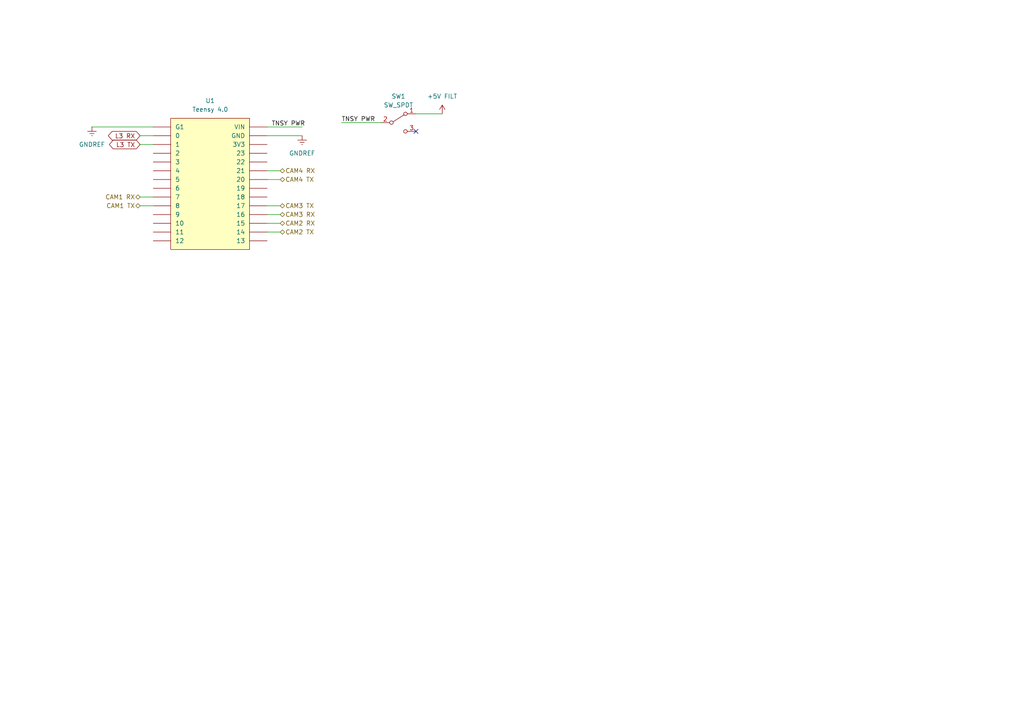
<source format=kicad_sch>
(kicad_sch (version 20231120) (generator "eeschema") (generator_version "8.0")
  (paper "A4")
  (lib_symbols
    (symbol "Library:Teensy 4.0" (pin_numbers hide) (pin_names (offset 1.27)) (in_bom no)
      (property "Reference" "U" (at -11.43 20.828 0))
      (property "Value" "Teensy 4.0" (at -11.43 -20.32 0))
      (symbol "Teensy 4.0_0_0"
        (rectangle (start -11.43 20.32) (end 11.43 -17.78) (stroke (width 0.1524)) (fill (type background)))
        (pin bidirectional line (at -16.51 10.16 0) (length 5.08) (name "2") (number "2"))
        (pin bidirectional line (at -16.51 7.62 0) (length 5.08) (name "3") (number "3"))
        (pin bidirectional line (at -16.51 5.08 0) (length 5.08) (name "4") (number "4"))
        (pin bidirectional line (at -16.51 2.54 0) (length 5.08) (name "5") (number "5"))
        (pin bidirectional line (at -16.51 0 0) (length 5.08) (name "6") (number "6"))
        (pin bidirectional line (at -16.51 -7.62 0) (length 5.08) (name "9") (number "9"))
        (pin power_in line (at -16.51 17.78 0) (length 5.08) (name "G1") (number "G1"))
        (pin power_in line (at 16.51 17.78 180) (length 5.08) (name "VIN") (number "VIN"))
      )
      (symbol "Teensy 4.0_1_0"
        (pin bidirectional line (at -16.51 15.24 0) (length 5.08) (name "0") (number "0"))
        (pin bidirectional line (at -16.51 12.7 0) (length 5.08) (name "1") (number "1"))
        (pin bidirectional line (at -16.51 -10.16 0) (length 5.08) (name "10") (number "10"))
        (pin bidirectional line (at -16.51 -12.7 0) (length 5.08) (name "11") (number "11"))
        (pin bidirectional line (at -16.51 -15.24 0) (length 5.08) (name "12") (number "12"))
        (pin bidirectional line (at 16.51 -15.24 180) (length 5.08) (name "13") (number "13"))
        (pin bidirectional line (at 16.51 -12.7 180) (length 5.08) (name "14") (number "14"))
        (pin bidirectional line (at 16.51 -10.16 180) (length 5.08) (name "15") (number "15"))
        (pin bidirectional line (at 16.51 -7.62 180) (length 5.08) (name "16") (number "16"))
        (pin bidirectional line (at 16.51 -5.08 180) (length 5.08) (name "17") (number "17"))
        (pin bidirectional line (at 16.51 -2.54 180) (length 5.08) (name "18") (number "18"))
        (pin bidirectional line (at 16.51 0 180) (length 5.08) (name "19") (number "19"))
        (pin bidirectional line (at 16.51 2.54 180) (length 5.08) (name "20") (number "20"))
        (pin bidirectional line (at 16.51 5.08 180) (length 5.08) (name "21") (number "21"))
        (pin bidirectional line (at 16.51 7.62 180) (length 5.08) (name "22") (number "22"))
        (pin bidirectional line (at 16.51 10.16 180) (length 5.08) (name "23") (number "23"))
        (pin power_in line (at 16.51 12.7 180) (length 5.08) (name "3V3") (number "3.3V_2"))
        (pin bidirectional line (at -16.51 -2.54 0) (length 5.08) (name "7") (number "7"))
        (pin bidirectional line (at -16.51 -5.08 0) (length 5.08) (name "8") (number "8"))
        (pin power_in line (at 16.51 15.24 180) (length 5.08) (name "GND") (number "G3"))
      )
    )
    (symbol "Switch:SW_SPDT" (pin_names (offset 0) hide)
      (property "Reference" "SW" (at 0 4.318 0))
      (property "Value" "SW_SPDT" (at 0 -5.08 0))
      (symbol "SW_SPDT_0_0"
        (circle (center -2.032 0) (radius 0.508))
        (circle (center 2.032 -2.54) (radius 0.508))
      )
      (symbol "SW_SPDT_0_1"
        (polyline (pts (xy -1.524 0.254) (xy 1.651 2.286)))
        (circle (center 2.032 2.54) (radius 0.508))
      )
      (symbol "SW_SPDT_1_1"
        (pin passive line (at 5.08 2.54 180) (length 2.54) (name "A") (number "1"))
        (pin passive line (at -5.08 0 0) (length 2.54) (name "B") (number "2"))
        (pin passive line (at 5.08 -2.54 180) (length 2.54) (name "C") (number "3"))
      )
    )
    (symbol "power:+5V" (power) (pin_names (offset 0))
      (property "Value" "+5V" (at 0 3.556 0))
      (symbol "+5V_0_1"
        (polyline (pts (xy -0.762 1.27) (xy 0 2.54)))
        (polyline (pts (xy 0 0) (xy 0 2.54)))
        (polyline (pts (xy 0 2.54) (xy 0.762 1.27)))
      )
      (symbol "+5V_1_1"
        (pin power_in line (at 0 0 90) (length 0) hide (name "+5V") (number "1"))
      )
    )
    (symbol "power:GNDREF" (power) (pin_numbers hide) (pin_names (offset 0) hide)
      (property "Value" "GNDREF" (at 0 -3.81 0))
      (symbol "GNDREF_0_1"
        (polyline (pts (xy -0.635 -1.905) (xy 0.635 -1.905)))
        (polyline (pts (xy -0.127 -2.54) (xy 0.127 -2.54)))
        (polyline (pts (xy 0 -1.27) (xy 0 0)))
        (polyline (pts (xy 1.27 -1.27) (xy -1.27 -1.27)))
      )
      (symbol "GNDREF_1_1"
        (pin power_in line (at 0 0 270) (length 0) (name "~") (number "1"))
      )
    )
  )
  (no_connect (at 120.65 38.1))
  (wire (pts (xy 40.64 59.69) (xy 44.45 59.69)))
  (wire (pts (xy 99.06 35.56) (xy 110.49 35.56)))
  (wire (pts (xy 81.28 59.69) (xy 77.47 59.69)))
  (wire (pts (xy 77.47 39.37) (xy 87.63 39.37)))
  (wire (pts (xy 81.28 67.31) (xy 77.47 67.31)))
  (wire (pts (xy 81.28 64.77) (xy 77.47 64.77)))
  (wire (pts (xy 120.65 33.02) (xy 128.27 33.02)))
  (wire (pts (xy 77.47 36.83) (xy 87.63 36.83)))
  (wire (pts (xy 81.28 49.53) (xy 77.47 49.53)))
  (wire (pts (xy 40.64 39.37) (xy 44.45 39.37)))
  (wire (pts (xy 40.64 57.15) (xy 44.45 57.15)))
  (wire (pts (xy 81.28 62.23) (xy 77.47 62.23)))
  (wire (pts (xy 44.45 36.83) (xy 26.67 36.83)))
  (wire (pts (xy 81.28 52.07) (xy 77.47 52.07)))
  (wire (pts (xy 40.64 41.91) (xy 44.45 41.91)))
  (label "TNSY PWR" (at 99.06 35.56 0))
  (label "TNSY PWR" (at 78.74 36.83 0))
  (global_label "L3 TX" (shape bidirectional) (at 40.64 41.91 180) (property "Intersheetrefs" "${INTERSHEET_REFS}" (effects (hide yes))))
  (global_label "L3 RX" (shape bidirectional) (at 40.64 39.37 180) (property "Intersheetrefs" "${INTERSHEET_REFS}" (effects (hide yes))))
  (hierarchical_label "CAM1 TX" (shape bidirectional) (at 40.64 59.69 180))
  (hierarchical_label "CAM4 TX" (shape bidirectional) (at 81.28 52.07 0))
  (hierarchical_label "CAM4 RX" (shape bidirectional) (at 81.28 49.53 0))
  (hierarchical_label "CAM3 TX" (shape bidirectional) (at 81.28 59.69 0))
  (hierarchical_label "CAM3 RX" (shape bidirectional) (at 81.28 62.23 0))
  (hierarchical_label "CAM2 RX" (shape bidirectional) (at 81.28 64.77 0))
  (hierarchical_label "CAM2 TX" (shape bidirectional) (at 81.28 67.31 0))
  (hierarchical_label "CAM1 RX" (shape bidirectional) (at 40.64 57.15 180))
  (symbol (lib_id "Switch:SW_SPDT") (at 115.57 35.56 0) (unit 1)
    (property "Reference" "SW1" (at 115.57 27.94 0))
    (property "Value" "SW_SPDT" (at 115.57 30.48 0))
    (property "Footprint" "Library:SS12D00G3" (effects (hide yes)))
  )
  (symbol (lib_id "power:GNDREF") (at 26.67 36.83 0) (mirror y) (unit 1)
    (property "Reference" "#PWR01" (effects (hide yes)))
    (property "Value" "GNDREF" (at 26.67 41.91 0))
    (property "Description" "Power symbol creates a global label with name \"GNDREF\" , reference supply ground" (effects (hide yes)))
  )
  (symbol (lib_id "Library:Teensy 4.0") (at 60.96 54.61 0) (unit 1) (in_bom no)
    (property "Reference" "U1" (at 60.96 29.21 0))
    (property "Value" "Teensy 4.0" (at 60.96 31.75 0))
  )
  (symbol (lib_id "power:+5V") (at 128.27 33.02 0) (unit 1)
    (property "Reference" "#PWR03" (effects (hide yes)))
    (property "Value" "+5V FILT" (at 128.27 27.94 0))
    (property "Description" "Power symbol creates a global label with name \"+5V\"" (effects (hide yes)))
  )
  (symbol (lib_id "power:GNDREF") (at 87.63 39.37 0) (unit 1)
    (property "Reference" "#PWR02" (effects (hide yes)))
    (property "Value" "GNDREF" (at 87.63 44.45 0))
    (property "Description" "Power symbol creates a global label with name \"GNDREF\" , reference supply ground" (effects (hide yes)))
  )
)
</source>
